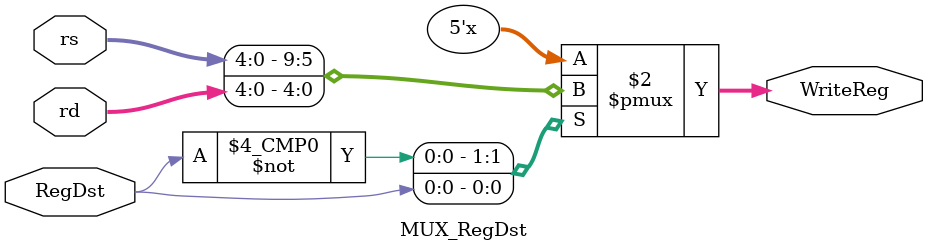
<source format=sv>
module MUX_RegDst(input logic RegDst, input logic[4:0] rs, input logic[4:0] rd, output logic[4:0] WriteReg);

    always@(*)
    begin
        case(RegDst)
            1'b0 : WriteReg = rs;
            1'b1 : WriteReg = rd;
        default : WriteReg = 0;
        endcase

    end

endmodule


</source>
